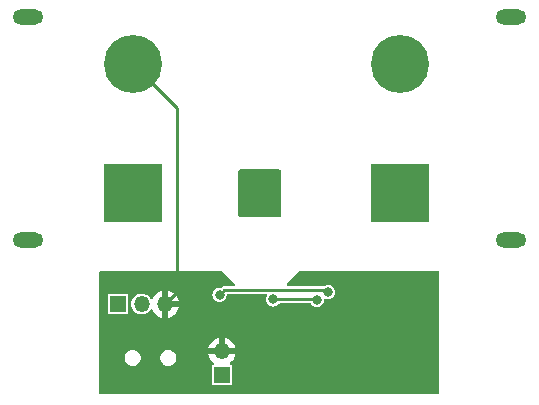
<source format=gbr>
%TF.GenerationSoftware,KiCad,Pcbnew,7.0.10-7.0.10~ubuntu20.04.1*%
%TF.CreationDate,2024-03-04T09:10:09+08:00*%
%TF.ProjectId,ESwitch,45537769-7463-4682-9e6b-696361645f70,rev?*%
%TF.SameCoordinates,Original*%
%TF.FileFunction,Copper,L2,Bot*%
%TF.FilePolarity,Positive*%
%FSLAX46Y46*%
G04 Gerber Fmt 4.6, Leading zero omitted, Abs format (unit mm)*
G04 Created by KiCad (PCBNEW 7.0.10-7.0.10~ubuntu20.04.1) date 2024-03-04 09:10:09*
%MOMM*%
%LPD*%
G01*
G04 APERTURE LIST*
%TA.AperFunction,ComponentPad*%
%ADD10R,1.350000X1.350000*%
%TD*%
%TA.AperFunction,ComponentPad*%
%ADD11O,1.350000X1.350000*%
%TD*%
%TA.AperFunction,ComponentPad*%
%ADD12O,2.600000X1.300000*%
%TD*%
%TA.AperFunction,ComponentPad*%
%ADD13R,4.916000X4.916000*%
%TD*%
%TA.AperFunction,ComponentPad*%
%ADD14C,4.916000*%
%TD*%
%TA.AperFunction,ViaPad*%
%ADD15C,0.800000*%
%TD*%
%TA.AperFunction,ViaPad*%
%ADD16C,0.600000*%
%TD*%
%TA.AperFunction,Conductor*%
%ADD17C,0.250000*%
%TD*%
G04 APERTURE END LIST*
D10*
%TO.P,J3,1,Pin_1*%
%TO.N,Net-(J3-Pin_1)*%
X189000000Y-94400000D03*
D11*
%TO.P,J3,2,Pin_2*%
%TO.N,GND*%
X189000000Y-92400000D03*
%TD*%
D12*
%TO.P,J1,S2*%
%TO.N,N/C*%
X172600000Y-64100000D03*
%TO.P,J1,S1*%
X172600000Y-83000000D03*
D13*
%TO.P,J1,P,POS*%
%TO.N,+BATT*%
X181500000Y-79000000D03*
D14*
%TO.P,J1,N,NEG*%
%TO.N,GND*%
X181500000Y-68100000D03*
%TD*%
D10*
%TO.P,J4,1,Pin_1*%
%TO.N,+BATT*%
X180200000Y-88400000D03*
D11*
%TO.P,J4,2,Pin_2*%
%TO.N,Net-(J4-Pin_2)*%
X182200000Y-88400000D03*
%TO.P,J4,3,Pin_3*%
%TO.N,GND*%
X184200000Y-88400000D03*
%TD*%
D12*
%TO.P,J2,S2*%
%TO.N,N/C*%
X213500000Y-64100000D03*
%TO.P,J2,S1*%
X213500000Y-83000000D03*
D13*
%TO.P,J2,P,POS*%
%TO.N,Net-(J2-POS)*%
X204100000Y-79000000D03*
D14*
%TO.P,J2,N,NEG*%
%TO.N,GND*%
X204100000Y-68100000D03*
%TD*%
D15*
%TO.N,GND*%
X185250000Y-94500000D03*
X186400000Y-91000000D03*
X179500000Y-93000000D03*
D16*
%TO.N,+BATT*%
X191800000Y-78600000D03*
X193400000Y-80200000D03*
X191000000Y-80200000D03*
X191800000Y-77800000D03*
X191800000Y-80200000D03*
X191000000Y-79400000D03*
X192600000Y-79400000D03*
X192600000Y-77800000D03*
X192600000Y-78600000D03*
X191000000Y-78600000D03*
X193400000Y-79400000D03*
X193400000Y-78600000D03*
X193400000Y-77800000D03*
X192600000Y-80200000D03*
X191800000Y-79400000D03*
X191000000Y-77800000D03*
D15*
%TO.N,GND*%
X190724500Y-88000000D03*
X205600000Y-88800000D03*
X205600000Y-90800000D03*
X201000000Y-95000000D03*
X196000000Y-90200000D03*
%TO.N,Net-(U1-TIMER)*%
X193350000Y-88000000D03*
X197025000Y-88025000D03*
%TO.N,Net-(JP2-C)*%
X198000000Y-87400000D03*
X188800000Y-87600000D03*
%TD*%
D17*
%TO.N,GND*%
X185200000Y-71800000D02*
X185200000Y-87400000D01*
X185200000Y-87400000D02*
X184200000Y-88400000D01*
X181500000Y-68100000D02*
X185200000Y-71800000D01*
%TO.N,Net-(U1-TIMER)*%
X197025000Y-88025000D02*
X197000000Y-88000000D01*
X197000000Y-88000000D02*
X193350000Y-88000000D01*
%TO.N,Net-(JP2-C)*%
X189200000Y-87200000D02*
X188800000Y-87600000D01*
X197800000Y-87200000D02*
X189200000Y-87200000D01*
X198000000Y-87400000D02*
X197800000Y-87200000D01*
%TD*%
%TA.AperFunction,Conductor*%
%TO.N,+BATT*%
G36*
X193943039Y-77019685D02*
G01*
X193988794Y-77072489D01*
X194000000Y-77124000D01*
X194000000Y-80876000D01*
X193980315Y-80943039D01*
X193927511Y-80988794D01*
X193876000Y-81000000D01*
X190524000Y-81000000D01*
X190456961Y-80980315D01*
X190411206Y-80927511D01*
X190400000Y-80876000D01*
X190400000Y-77124000D01*
X190419685Y-77056961D01*
X190472489Y-77011206D01*
X190524000Y-77000000D01*
X193876000Y-77000000D01*
X193943039Y-77019685D01*
G37*
%TD.AperFunction*%
%TD*%
%TA.AperFunction,Conductor*%
%TO.N,GND*%
G36*
X189015677Y-85619685D02*
G01*
X189036319Y-85636319D01*
X190062819Y-86662819D01*
X190096304Y-86724142D01*
X190091320Y-86793834D01*
X190049448Y-86849767D01*
X189983984Y-86874184D01*
X189975138Y-86874500D01*
X189219616Y-86874500D01*
X189208807Y-86874028D01*
X189171192Y-86870736D01*
X189134717Y-86880510D01*
X189124161Y-86882850D01*
X189086958Y-86889411D01*
X189081983Y-86891221D01*
X189065118Y-86898207D01*
X189060313Y-86900447D01*
X189029376Y-86922108D01*
X189020262Y-86927915D01*
X188987545Y-86946805D01*
X188987544Y-86946806D01*
X188976709Y-86959718D01*
X188918536Y-86998417D01*
X188865539Y-87002946D01*
X188800001Y-86994318D01*
X188799999Y-86994318D01*
X188643239Y-87014955D01*
X188643237Y-87014956D01*
X188497160Y-87075463D01*
X188371718Y-87171718D01*
X188275463Y-87297160D01*
X188214956Y-87443237D01*
X188214955Y-87443239D01*
X188194318Y-87599998D01*
X188194318Y-87600001D01*
X188214955Y-87756760D01*
X188214956Y-87756762D01*
X188250775Y-87843238D01*
X188275464Y-87902841D01*
X188371718Y-88028282D01*
X188497159Y-88124536D01*
X188643238Y-88185044D01*
X188721619Y-88195363D01*
X188799999Y-88205682D01*
X188800000Y-88205682D01*
X188800001Y-88205682D01*
X188852254Y-88198802D01*
X188956762Y-88185044D01*
X189102841Y-88124536D01*
X189228282Y-88028282D01*
X189324536Y-87902841D01*
X189385044Y-87756762D01*
X189401296Y-87633314D01*
X189429562Y-87569418D01*
X189487887Y-87530947D01*
X189524235Y-87525500D01*
X192710988Y-87525500D01*
X192778027Y-87545185D01*
X192823782Y-87597989D01*
X192833726Y-87667147D01*
X192825549Y-87696952D01*
X192764957Y-87843234D01*
X192764955Y-87843239D01*
X192744318Y-87999998D01*
X192744318Y-88000001D01*
X192764955Y-88156760D01*
X192764956Y-88156762D01*
X192813870Y-88274852D01*
X192825464Y-88302841D01*
X192921718Y-88428282D01*
X193047159Y-88524536D01*
X193193238Y-88585044D01*
X193271619Y-88595363D01*
X193349999Y-88605682D01*
X193350000Y-88605682D01*
X193350001Y-88605682D01*
X193402254Y-88598802D01*
X193506762Y-88585044D01*
X193652841Y-88524536D01*
X193778282Y-88428282D01*
X193819923Y-88374013D01*
X193876351Y-88332811D01*
X193918299Y-88325500D01*
X196437518Y-88325500D01*
X196504557Y-88345185D01*
X196535892Y-88374013D01*
X196596718Y-88453282D01*
X196722159Y-88549536D01*
X196868238Y-88610044D01*
X196946619Y-88620363D01*
X197024999Y-88630682D01*
X197025000Y-88630682D01*
X197025001Y-88630682D01*
X197077254Y-88623802D01*
X197181762Y-88610044D01*
X197327841Y-88549536D01*
X197453282Y-88453282D01*
X197549536Y-88327841D01*
X197610044Y-88181762D01*
X197625569Y-88063835D01*
X197653835Y-87999939D01*
X197712160Y-87961468D01*
X197782024Y-87960637D01*
X197795953Y-87965457D01*
X197843238Y-87985044D01*
X197921619Y-87995363D01*
X197999999Y-88005682D01*
X198000000Y-88005682D01*
X198000001Y-88005682D01*
X198052254Y-87998802D01*
X198156762Y-87985044D01*
X198302841Y-87924536D01*
X198428282Y-87828282D01*
X198524536Y-87702841D01*
X198585044Y-87556762D01*
X198605682Y-87400000D01*
X198585044Y-87243238D01*
X198524536Y-87097159D01*
X198428282Y-86971718D01*
X198302841Y-86875464D01*
X198299374Y-86874028D01*
X198156762Y-86814956D01*
X198156760Y-86814955D01*
X198000001Y-86794318D01*
X197999999Y-86794318D01*
X197843239Y-86814955D01*
X197843237Y-86814956D01*
X197722274Y-86865061D01*
X197674821Y-86874500D01*
X194624862Y-86874500D01*
X194557823Y-86854815D01*
X194512068Y-86802011D01*
X194502124Y-86732853D01*
X194531149Y-86669297D01*
X194537181Y-86662819D01*
X195563681Y-85636319D01*
X195625004Y-85602834D01*
X195651362Y-85600000D01*
X207276000Y-85600000D01*
X207343039Y-85619685D01*
X207388794Y-85672489D01*
X207400000Y-85724000D01*
X207400000Y-95876000D01*
X207380315Y-95943039D01*
X207327511Y-95988794D01*
X207276000Y-96000000D01*
X178724000Y-96000000D01*
X178656961Y-95980315D01*
X178611206Y-95927511D01*
X178600000Y-95876000D01*
X178600000Y-93032021D01*
X180774500Y-93032021D01*
X180813756Y-93191291D01*
X180889993Y-93336548D01*
X180998766Y-93459327D01*
X180998768Y-93459329D01*
X180998771Y-93459332D01*
X181133771Y-93552516D01*
X181133772Y-93552516D01*
X181133774Y-93552518D01*
X181287155Y-93610688D01*
X181317652Y-93614391D01*
X181409140Y-93625500D01*
X181409143Y-93625500D01*
X181490860Y-93625500D01*
X181564049Y-93616612D01*
X181612845Y-93610688D01*
X181766226Y-93552518D01*
X181901229Y-93459332D01*
X182010008Y-93336546D01*
X182086242Y-93191295D01*
X182125500Y-93032021D01*
X183774500Y-93032021D01*
X183813756Y-93191291D01*
X183889993Y-93336548D01*
X183998766Y-93459327D01*
X183998768Y-93459329D01*
X183998771Y-93459332D01*
X184133771Y-93552516D01*
X184133772Y-93552516D01*
X184133774Y-93552518D01*
X184287155Y-93610688D01*
X184317652Y-93614391D01*
X184409140Y-93625500D01*
X184409143Y-93625500D01*
X184490860Y-93625500D01*
X184564049Y-93616612D01*
X184612845Y-93610688D01*
X184766226Y-93552518D01*
X184901229Y-93459332D01*
X185010008Y-93336546D01*
X185086242Y-93191295D01*
X185125500Y-93032021D01*
X185125500Y-92867979D01*
X185115222Y-92826280D01*
X185086243Y-92708708D01*
X185086242Y-92708707D01*
X185086242Y-92708705D01*
X185010008Y-92563454D01*
X185010006Y-92563452D01*
X185010006Y-92563451D01*
X184901233Y-92440672D01*
X184901231Y-92440670D01*
X184901229Y-92440668D01*
X184766227Y-92347483D01*
X184766229Y-92347483D01*
X184612845Y-92289312D01*
X184612843Y-92289311D01*
X184490860Y-92274500D01*
X184490857Y-92274500D01*
X184409143Y-92274500D01*
X184409140Y-92274500D01*
X184287156Y-92289311D01*
X184287154Y-92289312D01*
X184133771Y-92347483D01*
X183998773Y-92440666D01*
X183998766Y-92440672D01*
X183889993Y-92563451D01*
X183813756Y-92708708D01*
X183774500Y-92867978D01*
X183774500Y-93032021D01*
X182125500Y-93032021D01*
X182125500Y-92867979D01*
X182115222Y-92826280D01*
X182086243Y-92708708D01*
X182086242Y-92708707D01*
X182086242Y-92708705D01*
X182010008Y-92563454D01*
X182010006Y-92563452D01*
X182010006Y-92563451D01*
X181901233Y-92440672D01*
X181901231Y-92440670D01*
X181901229Y-92440668D01*
X181766227Y-92347483D01*
X181766229Y-92347483D01*
X181612845Y-92289312D01*
X181612843Y-92289311D01*
X181490860Y-92274500D01*
X181490857Y-92274500D01*
X181409143Y-92274500D01*
X181409140Y-92274500D01*
X181287156Y-92289311D01*
X181287154Y-92289312D01*
X181133771Y-92347483D01*
X180998773Y-92440666D01*
X180998766Y-92440672D01*
X180889993Y-92563451D01*
X180813756Y-92708708D01*
X180774500Y-92867978D01*
X180774500Y-93032021D01*
X178600000Y-93032021D01*
X178600000Y-92149999D01*
X187849494Y-92149999D01*
X187849495Y-92150000D01*
X188684314Y-92150000D01*
X188672359Y-92161955D01*
X188614835Y-92274852D01*
X188595014Y-92400000D01*
X188614835Y-92525148D01*
X188672359Y-92638045D01*
X188684314Y-92650000D01*
X187849495Y-92650000D01*
X187899651Y-92826280D01*
X187996715Y-93021208D01*
X188127943Y-93194982D01*
X188278126Y-93331891D01*
X188314407Y-93391603D01*
X188312647Y-93461450D01*
X188273404Y-93519258D01*
X188256831Y-93529210D01*
X188256923Y-93529348D01*
X188180447Y-93580447D01*
X188136132Y-93646769D01*
X188136131Y-93646770D01*
X188124500Y-93705247D01*
X188124500Y-95094752D01*
X188136131Y-95153229D01*
X188136132Y-95153230D01*
X188180447Y-95219552D01*
X188246769Y-95263867D01*
X188246770Y-95263868D01*
X188305247Y-95275499D01*
X188305250Y-95275500D01*
X188305252Y-95275500D01*
X189694750Y-95275500D01*
X189694751Y-95275499D01*
X189709568Y-95272552D01*
X189753229Y-95263868D01*
X189753229Y-95263867D01*
X189753231Y-95263867D01*
X189819552Y-95219552D01*
X189863867Y-95153231D01*
X189863867Y-95153229D01*
X189863868Y-95153229D01*
X189875499Y-95094752D01*
X189875500Y-95094750D01*
X189875500Y-93705249D01*
X189875499Y-93705247D01*
X189863868Y-93646770D01*
X189863867Y-93646769D01*
X189819552Y-93580447D01*
X189743077Y-93529348D01*
X189744487Y-93527237D01*
X189703546Y-93494236D01*
X189681489Y-93427939D01*
X189698777Y-93360242D01*
X189721874Y-93331891D01*
X189872054Y-93194985D01*
X190003284Y-93021208D01*
X190100348Y-92826280D01*
X190150505Y-92650000D01*
X189315686Y-92650000D01*
X189327641Y-92638045D01*
X189385165Y-92525148D01*
X189404986Y-92400000D01*
X189385165Y-92274852D01*
X189327641Y-92161955D01*
X189315686Y-92150000D01*
X190150505Y-92150000D01*
X190150505Y-92149999D01*
X190100348Y-91973719D01*
X190003284Y-91778791D01*
X189872054Y-91605014D01*
X189711131Y-91458314D01*
X189525987Y-91343677D01*
X189525985Y-91343676D01*
X189322931Y-91265013D01*
X189322921Y-91265010D01*
X189250001Y-91251378D01*
X189250000Y-91251379D01*
X189250000Y-92084314D01*
X189238045Y-92072359D01*
X189125148Y-92014835D01*
X189031481Y-92000000D01*
X188968519Y-92000000D01*
X188874852Y-92014835D01*
X188761955Y-92072359D01*
X188750000Y-92084314D01*
X188750000Y-91251379D01*
X188749998Y-91251378D01*
X188677078Y-91265010D01*
X188677068Y-91265013D01*
X188474014Y-91343676D01*
X188474012Y-91343677D01*
X188288869Y-91458314D01*
X188288868Y-91458314D01*
X188127945Y-91605014D01*
X187996715Y-91778791D01*
X187899651Y-91973719D01*
X187849494Y-92149999D01*
X178600000Y-92149999D01*
X178600000Y-89094752D01*
X179324500Y-89094752D01*
X179336131Y-89153229D01*
X179336132Y-89153230D01*
X179380447Y-89219552D01*
X179446769Y-89263867D01*
X179446770Y-89263868D01*
X179505247Y-89275499D01*
X179505250Y-89275500D01*
X179505252Y-89275500D01*
X180894750Y-89275500D01*
X180894751Y-89275499D01*
X180909568Y-89272552D01*
X180953229Y-89263868D01*
X180953229Y-89263867D01*
X180953231Y-89263867D01*
X181019552Y-89219552D01*
X181063867Y-89153231D01*
X181063867Y-89153229D01*
X181063868Y-89153229D01*
X181075499Y-89094752D01*
X181075500Y-89094750D01*
X181075500Y-88442862D01*
X181088007Y-88400265D01*
X181086505Y-88397282D01*
X181311636Y-88397282D01*
X181318477Y-88407927D01*
X181322820Y-88429895D01*
X181338915Y-88583029D01*
X181338916Y-88583032D01*
X181395783Y-88758053D01*
X181395786Y-88758059D01*
X181487805Y-88917440D01*
X181581238Y-89021208D01*
X181610949Y-89054206D01*
X181610951Y-89054208D01*
X181759834Y-89162378D01*
X181759835Y-89162378D01*
X181759839Y-89162381D01*
X181888247Y-89219552D01*
X181927961Y-89237234D01*
X181927966Y-89237236D01*
X182107981Y-89275500D01*
X182292019Y-89275500D01*
X182472034Y-89237236D01*
X182640161Y-89162381D01*
X182789050Y-89054207D01*
X182912195Y-88917440D01*
X182921758Y-88900875D01*
X182972323Y-88852660D01*
X183040930Y-88839435D01*
X183105795Y-88865402D01*
X183140146Y-88907602D01*
X183196715Y-89021208D01*
X183327945Y-89194985D01*
X183488868Y-89341685D01*
X183674012Y-89456322D01*
X183674023Y-89456327D01*
X183877060Y-89534984D01*
X183950000Y-89548619D01*
X183950000Y-88715686D01*
X183961955Y-88727641D01*
X184074852Y-88785165D01*
X184168519Y-88800000D01*
X184231481Y-88800000D01*
X184325148Y-88785165D01*
X184438045Y-88727641D01*
X184450000Y-88715686D01*
X184450000Y-89548619D01*
X184522939Y-89534984D01*
X184725976Y-89456327D01*
X184725987Y-89456322D01*
X184911130Y-89341685D01*
X184911131Y-89341685D01*
X185072054Y-89194985D01*
X185203284Y-89021208D01*
X185300348Y-88826280D01*
X185350505Y-88650000D01*
X184515686Y-88650000D01*
X184527641Y-88638045D01*
X184585165Y-88525148D01*
X184604986Y-88400000D01*
X184585165Y-88274852D01*
X184527641Y-88161955D01*
X184515686Y-88150000D01*
X185350505Y-88150000D01*
X185350505Y-88149999D01*
X185300348Y-87973719D01*
X185203284Y-87778791D01*
X185072054Y-87605014D01*
X184911131Y-87458314D01*
X184725987Y-87343677D01*
X184725985Y-87343676D01*
X184522931Y-87265013D01*
X184522921Y-87265010D01*
X184450001Y-87251378D01*
X184450000Y-87251379D01*
X184450000Y-88084314D01*
X184438045Y-88072359D01*
X184325148Y-88014835D01*
X184231481Y-88000000D01*
X184168519Y-88000000D01*
X184074852Y-88014835D01*
X183961955Y-88072359D01*
X183950000Y-88084314D01*
X183950000Y-87251379D01*
X183949998Y-87251378D01*
X183877078Y-87265010D01*
X183877068Y-87265013D01*
X183674014Y-87343676D01*
X183674012Y-87343677D01*
X183488869Y-87458314D01*
X183488868Y-87458314D01*
X183327945Y-87605014D01*
X183196715Y-87778791D01*
X183140146Y-87892397D01*
X183092643Y-87943634D01*
X183024980Y-87961055D01*
X182958640Y-87939129D01*
X182921759Y-87899125D01*
X182912195Y-87882560D01*
X182789050Y-87745793D01*
X182789048Y-87745791D01*
X182640165Y-87637621D01*
X182640162Y-87637619D01*
X182640161Y-87637619D01*
X182555670Y-87600001D01*
X182472038Y-87562765D01*
X182472033Y-87562763D01*
X182292019Y-87524500D01*
X182107981Y-87524500D01*
X181927966Y-87562763D01*
X181927961Y-87562765D01*
X181759839Y-87637619D01*
X181759834Y-87637621D01*
X181610951Y-87745791D01*
X181610949Y-87745793D01*
X181487804Y-87882561D01*
X181395786Y-88041940D01*
X181395783Y-88041946D01*
X181342583Y-88205682D01*
X181338915Y-88216971D01*
X181324183Y-88357137D01*
X181322821Y-88370099D01*
X181311636Y-88397282D01*
X181086505Y-88397282D01*
X181077523Y-88379444D01*
X181075500Y-88357137D01*
X181075500Y-87705249D01*
X181075499Y-87705247D01*
X181063868Y-87646770D01*
X181063867Y-87646769D01*
X181019552Y-87580447D01*
X180953230Y-87536132D01*
X180953229Y-87536131D01*
X180894752Y-87524500D01*
X180894748Y-87524500D01*
X179505252Y-87524500D01*
X179505247Y-87524500D01*
X179446770Y-87536131D01*
X179446769Y-87536132D01*
X179380447Y-87580447D01*
X179336132Y-87646769D01*
X179336131Y-87646770D01*
X179324500Y-87705247D01*
X179324500Y-89094752D01*
X178600000Y-89094752D01*
X178600000Y-85724000D01*
X178619685Y-85656961D01*
X178672489Y-85611206D01*
X178724000Y-85600000D01*
X188948638Y-85600000D01*
X189015677Y-85619685D01*
G37*
%TD.AperFunction*%
%TD*%
M02*

</source>
